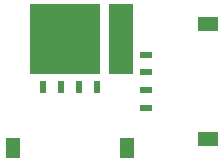
<source format=gtp>
G04 Layer_Color=8421504*
%FSLAX43Y43*%
%MOMM*%
G71*
G01*
G75*
%ADD10R,6.000X6.000*%
%ADD11R,2.000X6.000*%
%ADD12R,1.250X1.800*%
%ADD13R,0.600X1.000*%
%ADD14R,1.800X1.250*%
%ADD15R,1.000X0.600*%
D10*
X100900Y74900D02*
D03*
D11*
X105710D02*
D03*
D12*
X106210Y65610D02*
D03*
X96500D02*
D03*
D13*
X99105Y70800D02*
D03*
X100605D02*
D03*
X102105D02*
D03*
X103605D02*
D03*
D14*
X112998Y76155D02*
D03*
Y66445D02*
D03*
D15*
X107808Y69050D02*
D03*
Y70550D02*
D03*
Y72050D02*
D03*
Y73550D02*
D03*
M02*

</source>
